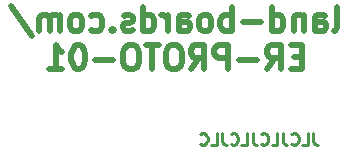
<source format=gbo>
%TF.GenerationSoftware,KiCad,Pcbnew,(6.0.1)*%
%TF.CreationDate,2022-10-19T13:09:28-04:00*%
%TF.ProjectId,ER-PROTO-PANEL-01,45522d50-524f-4544-9f2d-50414e454c2d,1*%
%TF.SameCoordinates,Original*%
%TF.FileFunction,Legend,Bot*%
%TF.FilePolarity,Positive*%
%FSLAX46Y46*%
G04 Gerber Fmt 4.6, Leading zero omitted, Abs format (unit mm)*
G04 Created by KiCad (PCBNEW (6.0.1)) date 2022-10-19 13:09:28*
%MOMM*%
%LPD*%
G01*
G04 APERTURE LIST*
%ADD10C,0.500000*%
%ADD11C,0.250000*%
G04 APERTURE END LIST*
D10*
X68380952Y-116294761D02*
X68571428Y-116199523D01*
X68666666Y-116009047D01*
X68666666Y-114294761D01*
X66761904Y-116294761D02*
X66761904Y-115247142D01*
X66857142Y-115056666D01*
X67047619Y-114961428D01*
X67428571Y-114961428D01*
X67619047Y-115056666D01*
X66761904Y-116199523D02*
X66952380Y-116294761D01*
X67428571Y-116294761D01*
X67619047Y-116199523D01*
X67714285Y-116009047D01*
X67714285Y-115818571D01*
X67619047Y-115628095D01*
X67428571Y-115532857D01*
X66952380Y-115532857D01*
X66761904Y-115437619D01*
X65809523Y-114961428D02*
X65809523Y-116294761D01*
X65809523Y-115151904D02*
X65714285Y-115056666D01*
X65523809Y-114961428D01*
X65238095Y-114961428D01*
X65047619Y-115056666D01*
X64952380Y-115247142D01*
X64952380Y-116294761D01*
X63142857Y-116294761D02*
X63142857Y-114294761D01*
X63142857Y-116199523D02*
X63333333Y-116294761D01*
X63714285Y-116294761D01*
X63904761Y-116199523D01*
X64000000Y-116104285D01*
X64095238Y-115913809D01*
X64095238Y-115342380D01*
X64000000Y-115151904D01*
X63904761Y-115056666D01*
X63714285Y-114961428D01*
X63333333Y-114961428D01*
X63142857Y-115056666D01*
X62190476Y-115532857D02*
X60666666Y-115532857D01*
X59714285Y-116294761D02*
X59714285Y-114294761D01*
X59714285Y-115056666D02*
X59523809Y-114961428D01*
X59142857Y-114961428D01*
X58952380Y-115056666D01*
X58857142Y-115151904D01*
X58761904Y-115342380D01*
X58761904Y-115913809D01*
X58857142Y-116104285D01*
X58952380Y-116199523D01*
X59142857Y-116294761D01*
X59523809Y-116294761D01*
X59714285Y-116199523D01*
X57619047Y-116294761D02*
X57809523Y-116199523D01*
X57904761Y-116104285D01*
X58000000Y-115913809D01*
X58000000Y-115342380D01*
X57904761Y-115151904D01*
X57809523Y-115056666D01*
X57619047Y-114961428D01*
X57333333Y-114961428D01*
X57142857Y-115056666D01*
X57047619Y-115151904D01*
X56952380Y-115342380D01*
X56952380Y-115913809D01*
X57047619Y-116104285D01*
X57142857Y-116199523D01*
X57333333Y-116294761D01*
X57619047Y-116294761D01*
X55238095Y-116294761D02*
X55238095Y-115247142D01*
X55333333Y-115056666D01*
X55523809Y-114961428D01*
X55904761Y-114961428D01*
X56095238Y-115056666D01*
X55238095Y-116199523D02*
X55428571Y-116294761D01*
X55904761Y-116294761D01*
X56095238Y-116199523D01*
X56190476Y-116009047D01*
X56190476Y-115818571D01*
X56095238Y-115628095D01*
X55904761Y-115532857D01*
X55428571Y-115532857D01*
X55238095Y-115437619D01*
X54285714Y-116294761D02*
X54285714Y-114961428D01*
X54285714Y-115342380D02*
X54190476Y-115151904D01*
X54095238Y-115056666D01*
X53904761Y-114961428D01*
X53714285Y-114961428D01*
X52190476Y-116294761D02*
X52190476Y-114294761D01*
X52190476Y-116199523D02*
X52380952Y-116294761D01*
X52761904Y-116294761D01*
X52952380Y-116199523D01*
X53047619Y-116104285D01*
X53142857Y-115913809D01*
X53142857Y-115342380D01*
X53047619Y-115151904D01*
X52952380Y-115056666D01*
X52761904Y-114961428D01*
X52380952Y-114961428D01*
X52190476Y-115056666D01*
X51333333Y-116199523D02*
X51142857Y-116294761D01*
X50761904Y-116294761D01*
X50571428Y-116199523D01*
X50476190Y-116009047D01*
X50476190Y-115913809D01*
X50571428Y-115723333D01*
X50761904Y-115628095D01*
X51047619Y-115628095D01*
X51238095Y-115532857D01*
X51333333Y-115342380D01*
X51333333Y-115247142D01*
X51238095Y-115056666D01*
X51047619Y-114961428D01*
X50761904Y-114961428D01*
X50571428Y-115056666D01*
X49619047Y-116104285D02*
X49523809Y-116199523D01*
X49619047Y-116294761D01*
X49714285Y-116199523D01*
X49619047Y-116104285D01*
X49619047Y-116294761D01*
X47809523Y-116199523D02*
X47999999Y-116294761D01*
X48380952Y-116294761D01*
X48571428Y-116199523D01*
X48666666Y-116104285D01*
X48761904Y-115913809D01*
X48761904Y-115342380D01*
X48666666Y-115151904D01*
X48571428Y-115056666D01*
X48380952Y-114961428D01*
X47999999Y-114961428D01*
X47809523Y-115056666D01*
X46666666Y-116294761D02*
X46857142Y-116199523D01*
X46952380Y-116104285D01*
X47047619Y-115913809D01*
X47047619Y-115342380D01*
X46952380Y-115151904D01*
X46857142Y-115056666D01*
X46666666Y-114961428D01*
X46380952Y-114961428D01*
X46190476Y-115056666D01*
X46095238Y-115151904D01*
X45999999Y-115342380D01*
X45999999Y-115913809D01*
X46095238Y-116104285D01*
X46190476Y-116199523D01*
X46380952Y-116294761D01*
X46666666Y-116294761D01*
X45142857Y-116294761D02*
X45142857Y-114961428D01*
X45142857Y-115151904D02*
X45047619Y-115056666D01*
X44857142Y-114961428D01*
X44571428Y-114961428D01*
X44380952Y-115056666D01*
X44285714Y-115247142D01*
X44285714Y-116294761D01*
X44285714Y-115247142D02*
X44190476Y-115056666D01*
X43999999Y-114961428D01*
X43714285Y-114961428D01*
X43523809Y-115056666D01*
X43428571Y-115247142D01*
X43428571Y-116294761D01*
X41047619Y-114199523D02*
X42761904Y-116770952D01*
X65666666Y-118467142D02*
X65000000Y-118467142D01*
X64714285Y-119514761D02*
X65666666Y-119514761D01*
X65666666Y-117514761D01*
X64714285Y-117514761D01*
X62714285Y-119514761D02*
X63380952Y-118562380D01*
X63857142Y-119514761D02*
X63857142Y-117514761D01*
X63095238Y-117514761D01*
X62904761Y-117610000D01*
X62809523Y-117705238D01*
X62714285Y-117895714D01*
X62714285Y-118181428D01*
X62809523Y-118371904D01*
X62904761Y-118467142D01*
X63095238Y-118562380D01*
X63857142Y-118562380D01*
X61857142Y-118752857D02*
X60333333Y-118752857D01*
X59380952Y-119514761D02*
X59380952Y-117514761D01*
X58619047Y-117514761D01*
X58428571Y-117610000D01*
X58333333Y-117705238D01*
X58238095Y-117895714D01*
X58238095Y-118181428D01*
X58333333Y-118371904D01*
X58428571Y-118467142D01*
X58619047Y-118562380D01*
X59380952Y-118562380D01*
X56238095Y-119514761D02*
X56904761Y-118562380D01*
X57380952Y-119514761D02*
X57380952Y-117514761D01*
X56619047Y-117514761D01*
X56428571Y-117610000D01*
X56333333Y-117705238D01*
X56238095Y-117895714D01*
X56238095Y-118181428D01*
X56333333Y-118371904D01*
X56428571Y-118467142D01*
X56619047Y-118562380D01*
X57380952Y-118562380D01*
X55000000Y-117514761D02*
X54619047Y-117514761D01*
X54428571Y-117610000D01*
X54238095Y-117800476D01*
X54142857Y-118181428D01*
X54142857Y-118848095D01*
X54238095Y-119229047D01*
X54428571Y-119419523D01*
X54619047Y-119514761D01*
X55000000Y-119514761D01*
X55190476Y-119419523D01*
X55380952Y-119229047D01*
X55476190Y-118848095D01*
X55476190Y-118181428D01*
X55380952Y-117800476D01*
X55190476Y-117610000D01*
X55000000Y-117514761D01*
X53571428Y-117514761D02*
X52428571Y-117514761D01*
X53000000Y-119514761D02*
X53000000Y-117514761D01*
X51380952Y-117514761D02*
X51000000Y-117514761D01*
X50809523Y-117610000D01*
X50619047Y-117800476D01*
X50523809Y-118181428D01*
X50523809Y-118848095D01*
X50619047Y-119229047D01*
X50809523Y-119419523D01*
X51000000Y-119514761D01*
X51380952Y-119514761D01*
X51571428Y-119419523D01*
X51761904Y-119229047D01*
X51857142Y-118848095D01*
X51857142Y-118181428D01*
X51761904Y-117800476D01*
X51571428Y-117610000D01*
X51380952Y-117514761D01*
X49666666Y-118752857D02*
X48142857Y-118752857D01*
X46809523Y-117514761D02*
X46619047Y-117514761D01*
X46428571Y-117610000D01*
X46333333Y-117705238D01*
X46238095Y-117895714D01*
X46142857Y-118276666D01*
X46142857Y-118752857D01*
X46238095Y-119133809D01*
X46333333Y-119324285D01*
X46428571Y-119419523D01*
X46619047Y-119514761D01*
X46809523Y-119514761D01*
X47000000Y-119419523D01*
X47095238Y-119324285D01*
X47190476Y-119133809D01*
X47285714Y-118752857D01*
X47285714Y-118276666D01*
X47190476Y-117895714D01*
X47095238Y-117705238D01*
X47000000Y-117610000D01*
X46809523Y-117514761D01*
X44238095Y-119514761D02*
X45380952Y-119514761D01*
X44809523Y-119514761D02*
X44809523Y-117514761D01*
X45000000Y-117800476D01*
X45190476Y-117990952D01*
X45380952Y-118086190D01*
D11*
X66619047Y-124952380D02*
X66619047Y-125666666D01*
X66666666Y-125809523D01*
X66761904Y-125904761D01*
X66904761Y-125952380D01*
X67000000Y-125952380D01*
X65666666Y-125952380D02*
X66142857Y-125952380D01*
X66142857Y-124952380D01*
X64761904Y-125857142D02*
X64809523Y-125904761D01*
X64952380Y-125952380D01*
X65047619Y-125952380D01*
X65190476Y-125904761D01*
X65285714Y-125809523D01*
X65333333Y-125714285D01*
X65380952Y-125523809D01*
X65380952Y-125380952D01*
X65333333Y-125190476D01*
X65285714Y-125095238D01*
X65190476Y-125000000D01*
X65047619Y-124952380D01*
X64952380Y-124952380D01*
X64809523Y-125000000D01*
X64761904Y-125047619D01*
X64047619Y-124952380D02*
X64047619Y-125666666D01*
X64095238Y-125809523D01*
X64190476Y-125904761D01*
X64333333Y-125952380D01*
X64428571Y-125952380D01*
X63095238Y-125952380D02*
X63571428Y-125952380D01*
X63571428Y-124952380D01*
X62190476Y-125857142D02*
X62238095Y-125904761D01*
X62380952Y-125952380D01*
X62476190Y-125952380D01*
X62619047Y-125904761D01*
X62714285Y-125809523D01*
X62761904Y-125714285D01*
X62809523Y-125523809D01*
X62809523Y-125380952D01*
X62761904Y-125190476D01*
X62714285Y-125095238D01*
X62619047Y-125000000D01*
X62476190Y-124952380D01*
X62380952Y-124952380D01*
X62238095Y-125000000D01*
X62190476Y-125047619D01*
X61476190Y-124952380D02*
X61476190Y-125666666D01*
X61523809Y-125809523D01*
X61619047Y-125904761D01*
X61761904Y-125952380D01*
X61857142Y-125952380D01*
X60523809Y-125952380D02*
X61000000Y-125952380D01*
X61000000Y-124952380D01*
X59619047Y-125857142D02*
X59666666Y-125904761D01*
X59809523Y-125952380D01*
X59904761Y-125952380D01*
X60047619Y-125904761D01*
X60142857Y-125809523D01*
X60190476Y-125714285D01*
X60238095Y-125523809D01*
X60238095Y-125380952D01*
X60190476Y-125190476D01*
X60142857Y-125095238D01*
X60047619Y-125000000D01*
X59904761Y-124952380D01*
X59809523Y-124952380D01*
X59666666Y-125000000D01*
X59619047Y-125047619D01*
X58904761Y-124952380D02*
X58904761Y-125666666D01*
X58952380Y-125809523D01*
X59047619Y-125904761D01*
X59190476Y-125952380D01*
X59285714Y-125952380D01*
X57952380Y-125952380D02*
X58428571Y-125952380D01*
X58428571Y-124952380D01*
X57047619Y-125857142D02*
X57095238Y-125904761D01*
X57238095Y-125952380D01*
X57333333Y-125952380D01*
X57476190Y-125904761D01*
X57571428Y-125809523D01*
X57619047Y-125714285D01*
X57666666Y-125523809D01*
X57666666Y-125380952D01*
X57619047Y-125190476D01*
X57571428Y-125095238D01*
X57476190Y-125000000D01*
X57333333Y-124952380D01*
X57238095Y-124952380D01*
X57095238Y-125000000D01*
X57047619Y-125047619D01*
M02*

</source>
